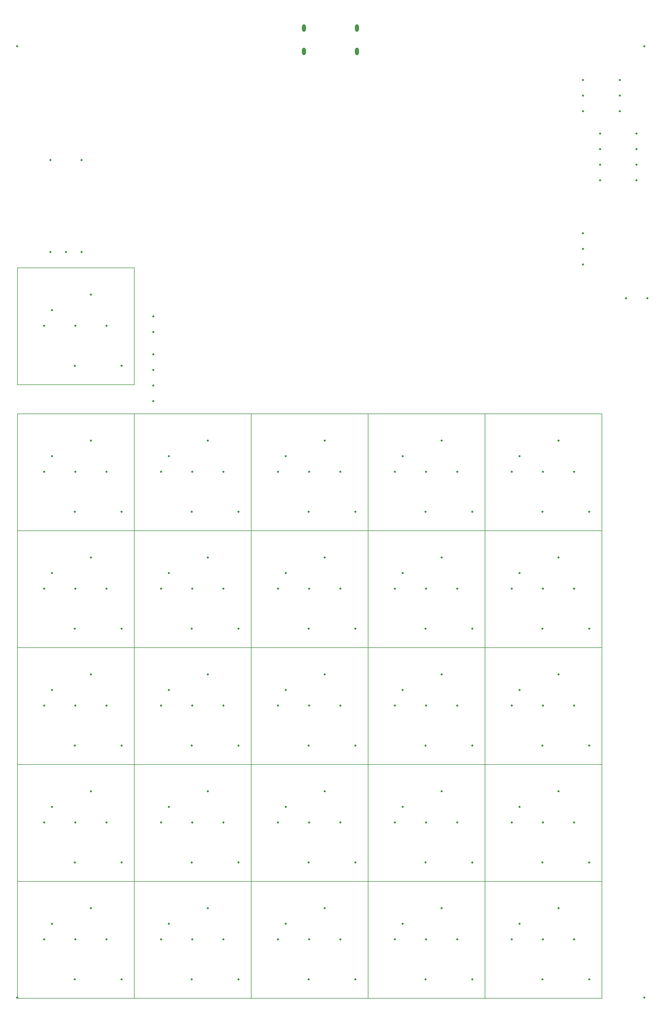
<source format=gbr>
%TF.GenerationSoftware,KiCad,Pcbnew,9.0.7*%
%TF.CreationDate,2026-03-01T07:38:40-05:00*%
%TF.ProjectId,Macropad,4d616372-6f70-4616-942e-6b696361645f,rev?*%
%TF.SameCoordinates,Original*%
%TF.FileFunction,Other,User*%
%FSLAX46Y46*%
G04 Gerber Fmt 4.6, Leading zero omitted, Abs format (unit mm)*
G04 Created by KiCad (PCBNEW 9.0.7) date 2026-03-01 07:38:40*
%MOMM*%
%LPD*%
G01*
G04 APERTURE LIST*
%ADD10C,0.050000*%
%ADD11C,0.350000*%
%ADD12O,0.600000X1.200000*%
G04 APERTURE END LIST*
%TO.C,SW26*%
D10*
X76200000Y-100013000D02*
X95250000Y-100013000D01*
X95250000Y-119063000D01*
X76200000Y-119063000D01*
X76200000Y-100013000D01*
%TO.C,SW14*%
X38100000Y-61913000D02*
X57150000Y-61913000D01*
X57150000Y-80963000D01*
X38100000Y-80963000D01*
X38100000Y-61913000D01*
%TO.C,SW10*%
X57150000Y-42863000D02*
X76200000Y-42863000D01*
X76200000Y-61913000D01*
X57150000Y-61913000D01*
X57150000Y-42863000D01*
%TO.C,SW23*%
X19050000Y-100013000D02*
X38100000Y-100013000D01*
X38100000Y-119063000D01*
X19050000Y-119063000D01*
X19050000Y-100013000D01*
%TO.C,SW21*%
X76200000Y-80962000D02*
X95250000Y-80962000D01*
X95250000Y-100012000D01*
X76200000Y-100012000D01*
X76200000Y-80962000D01*
%TO.C,SW16*%
X76200000Y-61913000D02*
X95250000Y-61913000D01*
X95250000Y-80963000D01*
X76200000Y-80963000D01*
X76200000Y-61913000D01*
%TO.C,SW11*%
X76200000Y-42863000D02*
X95250000Y-42863000D01*
X95250000Y-61913000D01*
X76200000Y-61913000D01*
X76200000Y-42863000D01*
%TO.C,SW5*%
X57150000Y-23812000D02*
X76200000Y-23812000D01*
X76200000Y-42862000D01*
X57150000Y-42862000D01*
X57150000Y-23812000D01*
%TO.C,SW24*%
X38100000Y-100013000D02*
X57150000Y-100013000D01*
X57150000Y-119063000D01*
X38100000Y-119063000D01*
X38100000Y-100013000D01*
%TO.C,SW19*%
X38100000Y-80962000D02*
X57150000Y-80962000D01*
X57150000Y-100012000D01*
X38100000Y-100012000D01*
X38100000Y-80962000D01*
%TO.C,SW25*%
X57150000Y-100013000D02*
X76200000Y-100013000D01*
X76200000Y-119063000D01*
X57150000Y-119063000D01*
X57150000Y-100013000D01*
%TO.C,SW7*%
X0Y-42863000D02*
X19050000Y-42863000D01*
X19050000Y-61913000D01*
X0Y-61913000D01*
X0Y-42863000D01*
%TO.C,SW22*%
X0Y-100013000D02*
X19050000Y-100013000D01*
X19050000Y-119063000D01*
X0Y-119063000D01*
X0Y-100013000D01*
%TO.C,SW1*%
X0Y0D02*
X19050000Y0D01*
X19050000Y-19050000D01*
X0Y-19050000D01*
X0Y0D01*
%TO.C,SW15*%
X57150000Y-61913000D02*
X76200000Y-61913000D01*
X76200000Y-80963000D01*
X57150000Y-80963000D01*
X57150000Y-61913000D01*
%TO.C,SW3*%
X19050000Y-23812000D02*
X38100000Y-23812000D01*
X38100000Y-42862000D01*
X19050000Y-42862000D01*
X19050000Y-23812000D01*
%TO.C,SW17*%
X0Y-80962000D02*
X19050000Y-80962000D01*
X19050000Y-100012000D01*
X0Y-100012000D01*
X0Y-80962000D01*
%TO.C,SW18*%
X19050000Y-80962000D02*
X38100000Y-80962000D01*
X38100000Y-100012000D01*
X19050000Y-100012000D01*
X19050000Y-80962000D01*
%TO.C,SW9*%
X38100000Y-42863000D02*
X57150000Y-42863000D01*
X57150000Y-61913000D01*
X38100000Y-61913000D01*
X38100000Y-42863000D01*
%TO.C,SW8*%
X19050000Y-42863000D02*
X38100000Y-42863000D01*
X38100000Y-61913000D01*
X19050000Y-61913000D01*
X19050000Y-42863000D01*
%TO.C,SW13*%
X19050000Y-61913000D02*
X38100000Y-61913000D01*
X38100000Y-80963000D01*
X19050000Y-80963000D01*
X19050000Y-61913000D01*
%TO.C,SW6*%
X76200000Y-23812000D02*
X95250000Y-23812000D01*
X95250000Y-42862000D01*
X76200000Y-42862000D01*
X76200000Y-23812000D01*
%TO.C,SW4*%
X38100000Y-23812000D02*
X57150000Y-23812000D01*
X57150000Y-42862000D01*
X38100000Y-42862000D01*
X38100000Y-23812000D01*
%TO.C,SW12*%
X0Y-61913000D02*
X19050000Y-61913000D01*
X19050000Y-80963000D01*
X0Y-80963000D01*
X0Y-61913000D01*
%TO.C,SW20*%
X57150000Y-80962000D02*
X76200000Y-80962000D01*
X76200000Y-100012000D01*
X57150000Y-100012000D01*
X57150000Y-80962000D01*
%TO.C,SW2*%
X0Y-23812000D02*
X19050000Y-23812000D01*
X19050000Y-42862000D01*
X0Y-42862000D01*
X0Y-23812000D01*
%TD*%
D11*
X92250000Y25460000D03*
X92250000Y28000000D03*
X92250000Y30540000D03*
X80645000Y-109538000D03*
X85725000Y-109538000D03*
X90805000Y-109538000D03*
X81915000Y-106998000D03*
X88265000Y-104458000D03*
X42545000Y-71438000D03*
X47625000Y-71438000D03*
X52705000Y-71438000D03*
X43815000Y-68898000D03*
X50165000Y-66358000D03*
X99250000Y-5000000D03*
X102750000Y-5000000D03*
X102250000Y-119000000D03*
X61595000Y-52388000D03*
X66675000Y-52388000D03*
X71755000Y-52388000D03*
X62865000Y-49848000D03*
X69215000Y-47308000D03*
X23495000Y-109538000D03*
X28575000Y-109538000D03*
X33655000Y-109538000D03*
X24765000Y-106998000D03*
X31115000Y-104458000D03*
X80645000Y-90487000D03*
X85725000Y-90487000D03*
X90805000Y-90487000D03*
X81915000Y-87947000D03*
X88265000Y-85407000D03*
X101000000Y14190000D03*
X101000000Y16730000D03*
X101000000Y19270000D03*
X101000000Y21810000D03*
X80645000Y-71438000D03*
X85725000Y-71438000D03*
X90805000Y-71438000D03*
X81915000Y-68898000D03*
X88265000Y-66358000D03*
X92250000Y460000D03*
X92250000Y3000000D03*
X92250000Y5540000D03*
X102250000Y36000000D03*
X80645000Y-52388000D03*
X85725000Y-52388000D03*
X90805000Y-52388000D03*
X81915000Y-49848000D03*
X88265000Y-47308000D03*
X22250000Y-8000000D03*
X22250000Y-10540000D03*
X61595000Y-33337000D03*
X66675000Y-33337000D03*
X71755000Y-33337000D03*
X62865000Y-30797000D03*
X69215000Y-28257000D03*
X42545000Y-109538000D03*
X47625000Y-109538000D03*
X52705000Y-109538000D03*
X43815000Y-106998000D03*
X50165000Y-104458000D03*
X42545000Y-90487000D03*
X47625000Y-90487000D03*
X52705000Y-90487000D03*
X43815000Y-87947000D03*
X50165000Y-85407000D03*
X61595000Y-109538000D03*
X66675000Y-109538000D03*
X71755000Y-109538000D03*
X62865000Y-106998000D03*
X69215000Y-104458000D03*
X4445000Y-52388000D03*
X9525000Y-52388000D03*
X14605000Y-52388000D03*
X5715000Y-49848000D03*
X12065000Y-47308000D03*
X0Y-119000000D03*
X4445000Y-109538000D03*
X9525000Y-109538000D03*
X14605000Y-109538000D03*
X5715000Y-106998000D03*
X12065000Y-104458000D03*
X4445000Y-9525000D03*
X9525000Y-9525000D03*
X14605000Y-9525000D03*
X5715000Y-6985000D03*
X12065000Y-4445000D03*
X0Y36000000D03*
X61595000Y-71438000D03*
X66675000Y-71438000D03*
X71755000Y-71438000D03*
X62865000Y-68898000D03*
X69215000Y-66358000D03*
D12*
X46805000Y39000000D03*
X46805000Y35200000D03*
X55445000Y39000000D03*
X55445000Y35200000D03*
D11*
X95000000Y14190000D03*
X95000000Y16730000D03*
X95000000Y19270000D03*
X95000000Y21810000D03*
X23495000Y-33337000D03*
X28575000Y-33337000D03*
X33655000Y-33337000D03*
X24765000Y-30797000D03*
X31115000Y-28257000D03*
X4445000Y-90487000D03*
X9525000Y-90487000D03*
X14605000Y-90487000D03*
X5715000Y-87947000D03*
X12065000Y-85407000D03*
X98250000Y25460000D03*
X98250000Y28000000D03*
X98250000Y30540000D03*
X23495000Y-90487000D03*
X28575000Y-90487000D03*
X33655000Y-90487000D03*
X24765000Y-87947000D03*
X31115000Y-85407000D03*
X42545000Y-52388000D03*
X47625000Y-52388000D03*
X52705000Y-52388000D03*
X43815000Y-49848000D03*
X50165000Y-47308000D03*
X23495000Y-52388000D03*
X28575000Y-52388000D03*
X33655000Y-52388000D03*
X24765000Y-49848000D03*
X31115000Y-47308000D03*
X23495000Y-71438000D03*
X28575000Y-71438000D03*
X33655000Y-71438000D03*
X24765000Y-68898000D03*
X31115000Y-66358000D03*
X80645000Y-33337000D03*
X85725000Y-33337000D03*
X90805000Y-33337000D03*
X81915000Y-30797000D03*
X88265000Y-28257000D03*
X22250000Y-21810000D03*
X22250000Y-19270000D03*
X22250000Y-16730000D03*
X22250000Y-14190000D03*
X42545000Y-33337000D03*
X47625000Y-33337000D03*
X52705000Y-33337000D03*
X43815000Y-30797000D03*
X50165000Y-28257000D03*
X4445000Y-71438000D03*
X9525000Y-71438000D03*
X14605000Y-71438000D03*
X5715000Y-68898000D03*
X12065000Y-66358000D03*
X5500000Y2500000D03*
X10500000Y2500000D03*
X8000000Y2500000D03*
X5500000Y17500000D03*
X10500000Y17500000D03*
X61595000Y-90487000D03*
X66675000Y-90487000D03*
X71755000Y-90487000D03*
X62865000Y-87947000D03*
X69215000Y-85407000D03*
X4445000Y-33337000D03*
X9525000Y-33337000D03*
X14605000Y-33337000D03*
X5715000Y-30797000D03*
X12065000Y-28257000D03*
X36075000Y-77938000D03*
X28455000Y-77938000D03*
X55125000Y-77938000D03*
X47505000Y-77938000D03*
X93225000Y-77938000D03*
X85605000Y-77938000D03*
X55125000Y-58888000D03*
X47505000Y-58888000D03*
X17025000Y-16025000D03*
X9405000Y-16025000D03*
X74175000Y-58888000D03*
X66555000Y-58888000D03*
X74175000Y-39837000D03*
X66555000Y-39837000D03*
X55125000Y-39837000D03*
X47505000Y-39837000D03*
X93225000Y-39837000D03*
X85605000Y-39837000D03*
X17025000Y-39837000D03*
X9405000Y-39837000D03*
X36075000Y-116038000D03*
X28455000Y-116038000D03*
X36075000Y-39837000D03*
X28455000Y-39837000D03*
X55125000Y-96987000D03*
X47505000Y-96987000D03*
X55125000Y-116038000D03*
X47505000Y-116038000D03*
X74175000Y-77938000D03*
X66555000Y-77938000D03*
X74175000Y-116038000D03*
X66555000Y-116038000D03*
X36075000Y-96987000D03*
X28455000Y-96987000D03*
X17025000Y-77938000D03*
X9405000Y-77938000D03*
X36075000Y-58888000D03*
X28455000Y-58888000D03*
X93225000Y-96987000D03*
X85605000Y-96987000D03*
X93225000Y-116038000D03*
X85605000Y-116038000D03*
X93225000Y-58888000D03*
X85605000Y-58888000D03*
X17025000Y-58888000D03*
X9405000Y-58888000D03*
X17025000Y-116038000D03*
X9405000Y-116038000D03*
X17025000Y-96987000D03*
X9405000Y-96987000D03*
X74175000Y-96987000D03*
X66555000Y-96987000D03*
M02*

</source>
